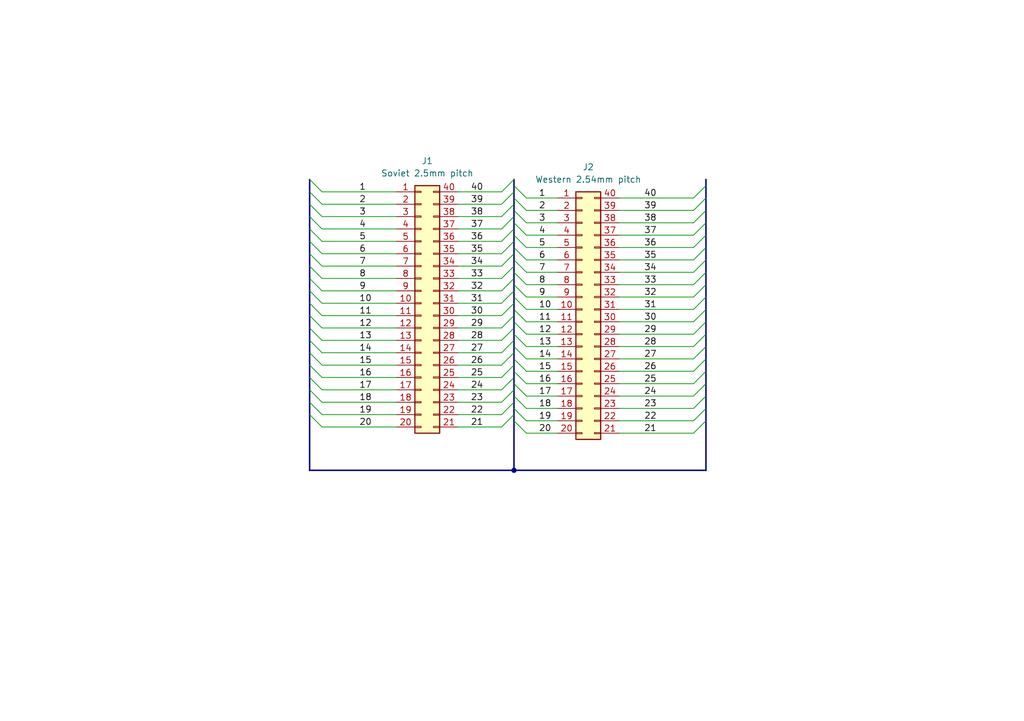
<source format=kicad_sch>
(kicad_sch (version 20250114) (generator "eeschema") (generator_version "9.0")
  (paper "A5")
  (title_block (title "Dual Soviet Western 40pin IC Socket") (date "21-Apr-2025") (rev "A") (company "Brett Hallen") (comment 1 "www.youtube.com/@Brfff"))
  (lib_symbols
    (symbol "Connector_Generic:Conn_02x20_Counter_Clockwise" (pin_names (offset 1.016) (hide yes))
      (property "Reference" "J" (at 1.27 25.4 0))
      (property "Value" "Conn_02x20_Counter_Clockwise" (at 1.27 -27.94 0))
      (symbol "Conn_02x20_Counter_Clockwise_1_1"
        (rectangle (start -1.27 24.13) (end 3.81 -26.67) (stroke (width 0.254)) (fill (type background)))
        (rectangle (start -1.27 22.987) (end 0 22.733) (stroke (width 0.1524)))
        (rectangle (start -1.27 20.447) (end 0 20.193) (stroke (width 0.1524)))
        (rectangle (start -1.27 17.907) (end 0 17.653) (stroke (width 0.1524)))
        (rectangle (start -1.27 15.367) (end 0 15.113) (stroke (width 0.1524)))
        (rectangle (start -1.27 12.827) (end 0 12.573) (stroke (width 0.1524)))
        (rectangle (start -1.27 10.287) (end 0 10.033) (stroke (width 0.1524)))
        (rectangle (start -1.27 7.747) (end 0 7.493) (stroke (width 0.1524)))
        (rectangle (start -1.27 5.207) (end 0 4.953) (stroke (width 0.1524)))
        (rectangle (start -1.27 2.667) (end 0 2.413) (stroke (width 0.1524)))
        (rectangle (start -1.27 0.127) (end 0 -0.127) (stroke (width 0.1524)))
        (rectangle (start -1.27 -2.413) (end 0 -2.667) (stroke (width 0.1524)))
        (rectangle (start -1.27 -4.953) (end 0 -5.207) (stroke (width 0.1524)))
        (rectangle (start -1.27 -7.493) (end 0 -7.747) (stroke (width 0.1524)))
        (rectangle (start -1.27 -10.033) (end 0 -10.287) (stroke (width 0.1524)))
        (rectangle (start -1.27 -12.573) (end 0 -12.827) (stroke (width 0.1524)))
        (rectangle (start -1.27 -15.113) (end 0 -15.367) (stroke (width 0.1524)))
        (rectangle (start -1.27 -17.653) (end 0 -17.907) (stroke (width 0.1524)))
        (rectangle (start -1.27 -20.193) (end 0 -20.447) (stroke (width 0.1524)))
        (rectangle (start -1.27 -22.733) (end 0 -22.987) (stroke (width 0.1524)))
        (rectangle (start -1.27 -25.273) (end 0 -25.527) (stroke (width 0.1524)))
        (rectangle (start 3.81 22.987) (end 2.54 22.733) (stroke (width 0.1524)))
        (rectangle (start 3.81 20.447) (end 2.54 20.193) (stroke (width 0.1524)))
        (rectangle (start 3.81 17.907) (end 2.54 17.653) (stroke (width 0.1524)))
        (rectangle (start 3.81 15.367) (end 2.54 15.113) (stroke (width 0.1524)))
        (rectangle (start 3.81 12.827) (end 2.54 12.573) (stroke (width 0.1524)))
        (rectangle (start 3.81 10.287) (end 2.54 10.033) (stroke (width 0.1524)))
        (rectangle (start 3.81 7.747) (end 2.54 7.493) (stroke (width 0.1524)))
        (rectangle (start 3.81 5.207) (end 2.54 4.953) (stroke (width 0.1524)))
        (rectangle (start 3.81 2.667) (end 2.54 2.413) (stroke (width 0.1524)))
        (rectangle (start 3.81 0.127) (end 2.54 -0.127) (stroke (width 0.1524)))
        (rectangle (start 3.81 -2.413) (end 2.54 -2.667) (stroke (width 0.1524)))
        (rectangle (start 3.81 -4.953) (end 2.54 -5.207) (stroke (width 0.1524)))
        (rectangle (start 3.81 -7.493) (end 2.54 -7.747) (stroke (width 0.1524)))
        (rectangle (start 3.81 -10.033) (end 2.54 -10.287) (stroke (width 0.1524)))
        (rectangle (start 3.81 -12.573) (end 2.54 -12.827) (stroke (width 0.1524)))
        (rectangle (start 3.81 -15.113) (end 2.54 -15.367) (stroke (width 0.1524)))
        (rectangle (start 3.81 -17.653) (end 2.54 -17.907) (stroke (width 0.1524)))
        (rectangle (start 3.81 -20.193) (end 2.54 -20.447) (stroke (width 0.1524)))
        (rectangle (start 3.81 -22.733) (end 2.54 -22.987) (stroke (width 0.1524)))
        (rectangle (start 3.81 -25.273) (end 2.54 -25.527) (stroke (width 0.1524)))
        (pin passive line (at -5.08 22.86 0) (length 3.81) (name "Pin_1") (number "1"))
        (pin passive line (at -5.08 20.32 0) (length 3.81) (name "Pin_2") (number "2"))
        (pin passive line (at -5.08 17.78 0) (length 3.81) (name "Pin_3") (number "3"))
        (pin passive line (at -5.08 15.24 0) (length 3.81) (name "Pin_4") (number "4"))
        (pin passive line (at -5.08 12.7 0) (length 3.81) (name "Pin_5") (number "5"))
        (pin passive line (at -5.08 10.16 0) (length 3.81) (name "Pin_6") (number "6"))
        (pin passive line (at -5.08 7.62 0) (length 3.81) (name "Pin_7") (number "7"))
        (pin passive line (at -5.08 5.08 0) (length 3.81) (name "Pin_8") (number "8"))
        (pin passive line (at -5.08 2.54 0) (length 3.81) (name "Pin_9") (number "9"))
        (pin passive line (at -5.08 0 0) (length 3.81) (name "Pin_10") (number "10"))
        (pin passive line (at -5.08 -2.54 0) (length 3.81) (name "Pin_11") (number "11"))
        (pin passive line (at -5.08 -5.08 0) (length 3.81) (name "Pin_12") (number "12"))
        (pin passive line (at -5.08 -7.62 0) (length 3.81) (name "Pin_13") (number "13"))
        (pin passive line (at -5.08 -10.16 0) (length 3.81) (name "Pin_14") (number "14"))
        (pin passive line (at -5.08 -12.7 0) (length 3.81) (name "Pin_15") (number "15"))
        (pin passive line (at -5.08 -15.24 0) (length 3.81) (name "Pin_16") (number "16"))
        (pin passive line (at -5.08 -17.78 0) (length 3.81) (name "Pin_17") (number "17"))
        (pin passive line (at -5.08 -20.32 0) (length 3.81) (name "Pin_18") (number "18"))
        (pin passive line (at -5.08 -22.86 0) (length 3.81) (name "Pin_19") (number "19"))
        (pin passive line (at -5.08 -25.4 0) (length 3.81) (name "Pin_20") (number "20"))
        (pin passive line (at 7.62 22.86 180) (length 3.81) (name "Pin_40") (number "40"))
        (pin passive line (at 7.62 20.32 180) (length 3.81) (name "Pin_39") (number "39"))
        (pin passive line (at 7.62 17.78 180) (length 3.81) (name "Pin_38") (number "38"))
        (pin passive line (at 7.62 15.24 180) (length 3.81) (name "Pin_37") (number "37"))
        (pin passive line (at 7.62 12.7 180) (length 3.81) (name "Pin_36") (number "36"))
        (pin passive line (at 7.62 10.16 180) (length 3.81) (name "Pin_35") (number "35"))
        (pin passive line (at 7.62 7.62 180) (length 3.81) (name "Pin_34") (number "34"))
        (pin passive line (at 7.62 5.08 180) (length 3.81) (name "Pin_33") (number "33"))
        (pin passive line (at 7.62 2.54 180) (length 3.81) (name "Pin_32") (number "32"))
        (pin passive line (at 7.62 0 180) (length 3.81) (name "Pin_31") (number "31"))
        (pin passive line (at 7.62 -2.54 180) (length 3.81) (name "Pin_30") (number "30"))
        (pin passive line (at 7.62 -5.08 180) (length 3.81) (name "Pin_29") (number "29"))
        (pin passive line (at 7.62 -7.62 180) (length 3.81) (name "Pin_28") (number "28"))
        (pin passive line (at 7.62 -10.16 180) (length 3.81) (name "Pin_27") (number "27"))
        (pin passive line (at 7.62 -12.7 180) (length 3.81) (name "Pin_26") (number "26"))
        (pin passive line (at 7.62 -15.24 180) (length 3.81) (name "Pin_25") (number "25"))
        (pin passive line (at 7.62 -17.78 180) (length 3.81) (name "Pin_24") (number "24"))
        (pin passive line (at 7.62 -20.32 180) (length 3.81) (name "Pin_23") (number "23"))
        (pin passive line (at 7.62 -22.86 180) (length 3.81) (name "Pin_22") (number "22"))
        (pin passive line (at 7.62 -25.4 180) (length 3.81) (name "Pin_21") (number "21"))
      )
    )
  )
  (junction (at 105.41 96.52))
  (bus_entry (at 102.87 54.61) (size 2.54 -2.54))
  (bus_entry (at 144.78 78.74) (size -2.54 2.54))
  (bus_entry (at 105.41 83.82) (size 2.54 2.54))
  (bus_entry (at 144.78 66.04) (size -2.54 2.54))
  (bus_entry (at 63.5 77.47) (size 2.54 2.54))
  (bus_entry (at 144.78 81.28) (size -2.54 2.54))
  (bus_entry (at 63.5 49.53) (size 2.54 2.54))
  (bus_entry (at 144.78 53.34) (size -2.54 2.54))
  (bus_entry (at 102.87 62.23) (size 2.54 -2.54))
  (bus_entry (at 63.5 57.15) (size 2.54 2.54))
  (bus_entry (at 102.87 57.15) (size 2.54 -2.54))
  (bus_entry (at 144.78 45.72) (size -2.54 2.54))
  (bus_entry (at 144.78 55.88) (size -2.54 2.54))
  (bus_entry (at 63.5 54.61) (size 2.54 2.54))
  (bus_entry (at 105.41 38.1) (size 2.54 2.54))
  (bus_entry (at 63.5 64.77) (size 2.54 2.54))
  (bus_entry (at 63.5 67.31) (size 2.54 2.54))
  (bus_entry (at 102.87 72.39) (size 2.54 -2.54))
  (bus_entry (at 105.41 63.5) (size 2.54 2.54))
  (bus_entry (at 105.41 48.26) (size 2.54 2.54))
  (bus_entry (at 105.41 68.58) (size 2.54 2.54))
  (bus_entry (at 102.87 41.91) (size 2.54 -2.54))
  (bus_entry (at 105.41 50.8) (size 2.54 2.54))
  (bus_entry (at 63.5 72.39) (size 2.54 2.54))
  (bus_entry (at 105.41 36.83) (size -2.54 2.54))
  (bus_entry (at 144.78 71.12) (size -2.54 2.54))
  (bus_entry (at 105.41 58.42) (size 2.54 2.54))
  (bus_entry (at 144.78 43.18) (size -2.54 2.54))
  (bus_entry (at 63.5 62.23) (size 2.54 2.54))
  (bus_entry (at 105.41 43.18) (size 2.54 2.54))
  (bus_entry (at 144.78 50.8) (size -2.54 2.54))
  (bus_entry (at 102.87 64.77) (size 2.54 -2.54))
  (bus_entry (at 144.78 83.82) (size -2.54 2.54))
  (bus_entry (at 105.41 81.28) (size 2.54 2.54))
  (bus_entry (at 144.78 86.36) (size -2.54 2.54))
  (bus_entry (at 102.87 67.31) (size 2.54 -2.54))
  (bus_entry (at 144.78 76.2) (size -2.54 2.54))
  (bus_entry (at 144.78 73.66) (size -2.54 2.54))
  (bus_entry (at 63.5 39.37) (size 2.54 2.54))
  (bus_entry (at 105.41 66.04) (size 2.54 2.54))
  (bus_entry (at 102.87 49.53) (size 2.54 -2.54))
  (bus_entry (at 63.5 44.45) (size 2.54 2.54))
  (bus_entry (at 105.41 73.66) (size 2.54 2.54))
  (bus_entry (at 102.87 59.69) (size 2.54 -2.54))
  (bus_entry (at 63.5 59.69) (size 2.54 2.54))
  (bus_entry (at 63.5 36.83) (size 2.54 2.54))
  (bus_entry (at 105.41 55.88) (size 2.54 2.54))
  (bus_entry (at 63.5 69.85) (size 2.54 2.54))
  (bus_entry (at 144.78 60.96) (size -2.54 2.54))
  (bus_entry (at 144.78 63.5) (size -2.54 2.54))
  (bus_entry (at 63.5 46.99) (size 2.54 2.54))
  (bus_entry (at 102.87 74.93) (size 2.54 -2.54))
  (bus_entry (at 144.78 58.42) (size -2.54 2.54))
  (bus_entry (at 102.87 77.47) (size 2.54 -2.54))
  (bus_entry (at 105.41 60.96) (size 2.54 2.54))
  (bus_entry (at 105.41 76.2) (size 2.54 2.54))
  (bus_entry (at 105.41 78.74) (size 2.54 2.54))
  (bus_entry (at 144.78 48.26) (size -2.54 2.54))
  (bus_entry (at 144.78 38.1) (size -2.54 2.54))
  (bus_entry (at 63.5 74.93) (size 2.54 2.54))
  (bus_entry (at 105.41 40.64) (size 2.54 2.54))
  (bus_entry (at 102.87 44.45) (size 2.54 -2.54))
  (bus_entry (at 105.41 45.72) (size 2.54 2.54))
  (bus_entry (at 102.87 82.55) (size 2.54 -2.54))
  (bus_entry (at 105.41 86.36) (size 2.54 2.54))
  (bus_entry (at 63.5 41.91) (size 2.54 2.54))
  (bus_entry (at 63.5 80.01) (size 2.54 2.54))
  (bus_entry (at 102.87 46.99) (size 2.54 -2.54))
  (bus_entry (at 102.87 80.01) (size 2.54 -2.54))
  (bus_entry (at 63.5 85.09) (size 2.54 2.54))
  (bus_entry (at 102.87 87.63) (size 2.54 -2.54))
  (bus_entry (at 102.87 69.85) (size 2.54 -2.54))
  (bus_entry (at 63.5 82.55) (size 2.54 2.54))
  (bus_entry (at 105.41 53.34) (size 2.54 2.54))
  (bus_entry (at 102.87 52.07) (size 2.54 -2.54))
  (bus_entry (at 144.78 40.64) (size -2.54 2.54))
  (bus_entry (at 102.87 85.09) (size 2.54 -2.54))
  (bus_entry (at 144.78 68.58) (size -2.54 2.54))
  (bus_entry (at 63.5 52.07) (size 2.54 2.54))
  (bus_entry (at 105.41 71.12) (size 2.54 2.54))
  (bus (pts (xy 63.5 96.52) (xy 105.41 96.52)))
  (wire (pts (xy 93.98 77.47) (xy 102.87 77.47)))
  (bus (pts (xy 144.78 66.04) (xy 144.78 68.58)))
  (wire (pts (xy 93.98 62.23) (xy 102.87 62.23)))
  (wire (pts (xy 93.98 49.53) (xy 102.87 49.53)))
  (bus (pts (xy 144.78 76.2) (xy 144.78 78.74)))
  (bus (pts (xy 105.41 46.99) (xy 105.41 48.26)))
  (wire (pts (xy 107.95 45.72) (xy 114.3 45.72)))
  (wire (pts (xy 107.95 76.2) (xy 114.3 76.2)))
  (bus (pts (xy 105.41 66.04) (xy 105.41 67.31)))
  (bus (pts (xy 105.41 82.55) (xy 105.41 83.82)))
  (wire (pts (xy 66.04 80.01) (xy 81.28 80.01)))
  (bus (pts (xy 63.5 64.77) (xy 63.5 67.31)))
  (wire (pts (xy 66.04 39.37) (xy 81.28 39.37)))
  (wire (pts (xy 107.95 58.42) (xy 114.3 58.42)))
  (bus (pts (xy 105.41 85.09) (xy 105.41 86.36)))
  (wire (pts (xy 107.95 81.28) (xy 114.3 81.28)))
  (bus (pts (xy 144.78 48.26) (xy 144.78 50.8)))
  (wire (pts (xy 93.98 64.77) (xy 102.87 64.77)))
  (wire (pts (xy 107.95 50.8) (xy 114.3 50.8)))
  (wire (pts (xy 107.95 63.5) (xy 114.3 63.5)))
  (wire (pts (xy 66.04 82.55) (xy 81.28 82.55)))
  (bus (pts (xy 63.5 44.45) (xy 63.5 46.99)))
  (bus (pts (xy 63.5 46.99) (xy 63.5 49.53)))
  (wire (pts (xy 127 73.66) (xy 142.24 73.66)))
  (bus (pts (xy 105.41 96.52) (xy 144.78 96.52)))
  (wire (pts (xy 93.98 85.09) (xy 102.87 85.09)))
  (bus (pts (xy 144.78 63.5) (xy 144.78 66.04)))
  (wire (pts (xy 66.04 54.61) (xy 81.28 54.61)))
  (wire (pts (xy 93.98 80.01) (xy 102.87 80.01)))
  (bus (pts (xy 63.5 77.47) (xy 63.5 80.01)))
  (bus (pts (xy 144.78 53.34) (xy 144.78 55.88)))
  (wire (pts (xy 127 71.12) (xy 142.24 71.12)))
  (wire (pts (xy 66.04 64.77) (xy 81.28 64.77)))
  (wire (pts (xy 93.98 87.63) (xy 102.87 87.63)))
  (bus (pts (xy 105.41 57.15) (xy 105.41 58.42)))
  (wire (pts (xy 107.95 66.04) (xy 114.3 66.04)))
  (wire (pts (xy 93.98 59.69) (xy 102.87 59.69)))
  (bus (pts (xy 105.41 71.12) (xy 105.41 72.39)))
  (bus (pts (xy 105.41 77.47) (xy 105.41 78.74)))
  (bus (pts (xy 105.41 49.53) (xy 105.41 50.8)))
  (wire (pts (xy 107.95 86.36) (xy 114.3 86.36)))
  (bus (pts (xy 105.41 39.37) (xy 105.41 40.64)))
  (wire (pts (xy 66.04 69.85) (xy 81.28 69.85)))
  (wire (pts (xy 66.04 74.93) (xy 81.28 74.93)))
  (wire (pts (xy 127 88.9) (xy 142.24 88.9)))
  (wire (pts (xy 107.95 60.96) (xy 114.3 60.96)))
  (bus (pts (xy 105.41 53.34) (xy 105.41 54.61)))
  (bus (pts (xy 105.41 58.42) (xy 105.41 59.69)))
  (bus (pts (xy 63.5 62.23) (xy 63.5 64.77)))
  (bus (pts (xy 105.41 72.39) (xy 105.41 73.66)))
  (bus (pts (xy 63.5 57.15) (xy 63.5 59.69)))
  (wire (pts (xy 66.04 44.45) (xy 81.28 44.45)))
  (bus (pts (xy 144.78 45.72) (xy 144.78 48.26)))
  (wire (pts (xy 93.98 44.45) (xy 102.87 44.45)))
  (bus (pts (xy 105.41 64.77) (xy 105.41 66.04)))
  (bus (pts (xy 63.5 72.39) (xy 63.5 74.93)))
  (bus (pts (xy 144.78 86.36) (xy 144.78 96.52)))
  (bus (pts (xy 105.41 78.74) (xy 105.41 80.01)))
  (wire (pts (xy 127 45.72) (xy 142.24 45.72)))
  (bus (pts (xy 144.78 43.18) (xy 144.78 45.72)))
  (wire (pts (xy 66.04 49.53) (xy 81.28 49.53)))
  (wire (pts (xy 93.98 67.31) (xy 102.87 67.31)))
  (wire (pts (xy 127 76.2) (xy 142.24 76.2)))
  (bus (pts (xy 105.41 52.07) (xy 105.41 53.34)))
  (wire (pts (xy 66.04 59.69) (xy 81.28 59.69)))
  (wire (pts (xy 93.98 41.91) (xy 102.87 41.91)))
  (bus (pts (xy 105.41 69.85) (xy 105.41 71.12)))
  (bus (pts (xy 105.41 74.93) (xy 105.41 76.2)))
  (bus (pts (xy 105.41 43.18) (xy 105.41 44.45)))
  (wire (pts (xy 127 60.96) (xy 142.24 60.96)))
  (wire (pts (xy 93.98 72.39) (xy 102.87 72.39)))
  (wire (pts (xy 127 48.26) (xy 142.24 48.26)))
  (wire (pts (xy 93.98 46.99) (xy 102.87 46.99)))
  (bus (pts (xy 63.5 85.09) (xy 63.5 96.52)))
  (bus (pts (xy 105.41 45.72) (xy 105.41 46.99)))
  (bus (pts (xy 63.5 82.55) (xy 63.5 85.09)))
  (wire (pts (xy 107.95 53.34) (xy 114.3 53.34)))
  (bus (pts (xy 105.41 38.1) (xy 105.41 39.37)))
  (wire (pts (xy 107.95 73.66) (xy 114.3 73.66)))
  (bus (pts (xy 105.41 67.31) (xy 105.41 68.58)))
  (bus (pts (xy 144.78 58.42) (xy 144.78 60.96)))
  (wire (pts (xy 66.04 67.31) (xy 81.28 67.31)))
  (bus (pts (xy 105.41 50.8) (xy 105.41 52.07)))
  (bus (pts (xy 105.41 36.83) (xy 105.41 38.1)))
  (wire (pts (xy 107.95 68.58) (xy 114.3 68.58)))
  (wire (pts (xy 93.98 39.37) (xy 102.87 39.37)))
  (bus (pts (xy 105.41 83.82) (xy 105.41 85.09)))
  (bus (pts (xy 105.41 60.96) (xy 105.41 62.23)))
  (bus (pts (xy 144.78 60.96) (xy 144.78 63.5)))
  (bus (pts (xy 144.78 81.28) (xy 144.78 83.82)))
  (wire (pts (xy 93.98 52.07) (xy 102.87 52.07)))
  (bus (pts (xy 63.5 59.69) (xy 63.5 62.23)))
  (wire (pts (xy 66.04 85.09) (xy 81.28 85.09)))
  (bus (pts (xy 63.5 80.01) (xy 63.5 82.55)))
  (bus (pts (xy 63.5 67.31) (xy 63.5 69.85)))
  (wire (pts (xy 66.04 72.39) (xy 81.28 72.39)))
  (bus (pts (xy 144.78 73.66) (xy 144.78 76.2)))
  (bus (pts (xy 63.5 39.37) (xy 63.5 41.91)))
  (wire (pts (xy 107.95 40.64) (xy 114.3 40.64)))
  (bus (pts (xy 144.78 55.88) (xy 144.78 58.42)))
  (bus (pts (xy 105.41 59.69) (xy 105.41 60.96)))
  (bus (pts (xy 105.41 62.23) (xy 105.41 63.5)))
  (bus (pts (xy 63.5 41.91) (xy 63.5 44.45)))
  (wire (pts (xy 127 53.34) (xy 142.24 53.34)))
  (wire (pts (xy 107.95 48.26) (xy 114.3 48.26)))
  (wire (pts (xy 107.95 83.82) (xy 114.3 83.82)))
  (wire (pts (xy 93.98 74.93) (xy 102.87 74.93)))
  (bus (pts (xy 105.41 81.28) (xy 105.41 82.55)))
  (wire (pts (xy 127 81.28) (xy 142.24 81.28)))
  (bus (pts (xy 105.41 40.64) (xy 105.41 41.91)))
  (wire (pts (xy 66.04 52.07) (xy 81.28 52.07)))
  (bus (pts (xy 105.41 54.61) (xy 105.41 55.88)))
  (bus (pts (xy 144.78 83.82) (xy 144.78 86.36)))
  (wire (pts (xy 66.04 41.91) (xy 81.28 41.91)))
  (bus (pts (xy 105.41 73.66) (xy 105.41 74.93)))
  (wire (pts (xy 66.04 77.47) (xy 81.28 77.47)))
  (wire (pts (xy 107.95 71.12) (xy 114.3 71.12)))
  (bus (pts (xy 105.41 48.26) (xy 105.41 49.53)))
  (wire (pts (xy 66.04 87.63) (xy 81.28 87.63)))
  (wire (pts (xy 127 68.58) (xy 142.24 68.58)))
  (bus (pts (xy 105.41 80.01) (xy 105.41 81.28)))
  (wire (pts (xy 93.98 54.61) (xy 102.87 54.61)))
  (bus (pts (xy 144.78 36.83) (xy 144.78 38.1)))
  (wire (pts (xy 66.04 57.15) (xy 81.28 57.15)))
  (bus (pts (xy 105.41 68.58) (xy 105.41 69.85)))
  (bus (pts (xy 63.5 69.85) (xy 63.5 72.39)))
  (bus (pts (xy 105.41 86.36) (xy 105.41 96.52)))
  (wire (pts (xy 127 58.42) (xy 142.24 58.42)))
  (wire (pts (xy 93.98 57.15) (xy 102.87 57.15)))
  (bus (pts (xy 144.78 50.8) (xy 144.78 53.34)))
  (bus (pts (xy 63.5 49.53) (xy 63.5 52.07)))
  (wire (pts (xy 127 78.74) (xy 142.24 78.74)))
  (bus (pts (xy 63.5 36.83) (xy 63.5 39.37)))
  (wire (pts (xy 127 63.5) (xy 142.24 63.5)))
  (wire (pts (xy 93.98 82.55) (xy 102.87 82.55)))
  (bus (pts (xy 144.78 78.74) (xy 144.78 81.28)))
  (wire (pts (xy 107.95 78.74) (xy 114.3 78.74)))
  (bus (pts (xy 144.78 40.64) (xy 144.78 43.18)))
  (bus (pts (xy 63.5 74.93) (xy 63.5 77.47)))
  (wire (pts (xy 107.95 43.18) (xy 114.3 43.18)))
  (wire (pts (xy 93.98 69.85) (xy 102.87 69.85)))
  (wire (pts (xy 127 86.36) (xy 142.24 86.36)))
  (wire (pts (xy 127 50.8) (xy 142.24 50.8)))
  (wire (pts (xy 127 55.88) (xy 142.24 55.88)))
  (wire (pts (xy 127 43.18) (xy 142.24 43.18)))
  (bus (pts (xy 105.41 41.91) (xy 105.41 43.18)))
  (bus (pts (xy 63.5 54.61) (xy 63.5 57.15)))
  (bus (pts (xy 105.41 63.5) (xy 105.41 64.77)))
  (wire (pts (xy 66.04 62.23) (xy 81.28 62.23)))
  (wire (pts (xy 107.95 88.9) (xy 114.3 88.9)))
  (wire (pts (xy 127 66.04) (xy 142.24 66.04)))
  (bus (pts (xy 144.78 68.58) (xy 144.78 71.12)))
  (bus (pts (xy 63.5 52.07) (xy 63.5 54.61)))
  (bus (pts (xy 105.41 76.2) (xy 105.41 77.47)))
  (wire (pts (xy 107.95 55.88) (xy 114.3 55.88)))
  (wire (pts (xy 127 40.64) (xy 142.24 40.64)))
  (bus (pts (xy 144.78 71.12) (xy 144.78 73.66)))
  (wire (pts (xy 66.04 46.99) (xy 81.28 46.99)))
  (bus (pts (xy 105.41 44.45) (xy 105.41 45.72)))
  (wire (pts (xy 127 83.82) (xy 142.24 83.82)))
  (bus (pts (xy 144.78 38.1) (xy 144.78 40.64)))
  (bus (pts (xy 105.41 55.88) (xy 105.41 57.15)))
  (label "19" (at 110.49 86.36 0))
  (label "35" (at 96.52 52.07 0))
  (label "12" (at 73.66 67.31 0))
  (label "9" (at 110.49 60.96 0))
  (label "34" (at 132.08 55.88 0))
  (label "12" (at 110.49 68.58 0))
  (label "21" (at 132.08 88.9 0))
  (label "10" (at 110.49 63.5 0))
  (label "9" (at 73.66 59.69 0))
  (label "16" (at 73.66 77.47 0))
  (label "31" (at 132.08 63.5 0))
  (label "1" (at 110.49 40.64 0))
  (label "28" (at 132.08 71.12 0))
  (label "29" (at 96.52 67.31 0))
  (label "4" (at 110.49 48.26 0))
  (label "22" (at 96.52 85.09 0))
  (label "24" (at 96.52 80.01 0))
  (label "3" (at 73.66 44.45 0))
  (label "36" (at 96.52 49.53 0))
  (label "8" (at 73.66 57.15 0))
  (label "10" (at 73.66 62.23 0))
  (label "23" (at 96.52 82.55 0))
  (label "2" (at 73.66 41.91 0))
  (label "6" (at 110.49 53.34 0))
  (label "11" (at 73.66 64.77 0))
  (label "40" (at 96.52 39.37 0))
  (label "38" (at 96.52 44.45 0))
  (label "39" (at 96.52 41.91 0))
  (label "24" (at 132.08 81.28 0))
  (label "13" (at 73.66 69.85 0))
  (label "39" (at 132.08 43.18 0))
  (label "7" (at 110.49 55.88 0))
  (label "19" (at 73.66 85.09 0))
  (label "26" (at 132.08 76.2 0))
  (label "15" (at 110.49 76.2 0))
  (label "1" (at 73.66 39.37 0))
  (label "29" (at 132.08 68.58 0))
  (label "31" (at 96.52 62.23 0))
  (label "21" (at 96.52 87.63 0))
  (label "13" (at 110.49 71.12 0))
  (label "25" (at 132.08 78.74 0))
  (label "8" (at 110.49 58.42 0))
  (label "14" (at 73.66 72.39 0))
  (label "17" (at 110.49 81.28 0))
  (label "20" (at 110.49 88.9 0))
  (label "37" (at 96.52 46.99 0))
  (label "27" (at 132.08 73.66 0))
  (label "27" (at 96.52 72.39 0))
  (label "37" (at 132.08 48.26 0))
  (label "5" (at 73.66 49.53 0))
  (label "6" (at 73.66 52.07 0))
  (label "36" (at 132.08 50.8 0))
  (label "28" (at 96.52 69.85 0))
  (label "14" (at 110.49 73.66 0))
  (label "25" (at 96.52 77.47 0))
  (label "18" (at 73.66 82.55 0))
  (label "23" (at 132.08 83.82 0))
  (label "26" (at 96.52 74.93 0))
  (label "40" (at 132.08 40.64 0))
  (label "17" (at 73.66 80.01 0))
  (label "16" (at 110.49 78.74 0))
  (label "32" (at 132.08 60.96 0))
  (label "20" (at 73.66 87.63 0))
  (label "2" (at 110.49 43.18 0))
  (label "32" (at 96.52 59.69 0))
  (label "7" (at 73.66 54.61 0))
  (label "34" (at 96.52 54.61 0))
  (label "33" (at 132.08 58.42 0))
  (label "4" (at 73.66 46.99 0))
  (label "33" (at 96.52 57.15 0))
  (label "11" (at 110.49 66.04 0))
  (label "38" (at 132.08 45.72 0))
  (label "5" (at 110.49 50.8 0))
  (label "15" (at 73.66 74.93 0))
  (label "30" (at 96.52 64.77 0))
  (label "3" (at 110.49 45.72 0))
  (label "22" (at 132.08 86.36 0))
  (label "30" (at 132.08 66.04 0))
  (label "35" (at 132.08 53.34 0))
  (label "18" (at 110.49 83.82 0))
  (symbol (lib_id "Connector_Generic:Conn_02x20_Counter_Clockwise") (at 119.38 63.5 0) (unit 1)
    (property "Reference" "J2" (at 120.65 34.29 0))
    (property "Value" "Western 2.54mm pitch" (at 120.65 36.83 0))
    (property "Footprint" "Package_DIP:DIP-40_W15.24mm_Socket_LongPads" (effects (hide yes)))
    (property "Description" "Generic connector, double row, 02x20, counter clockwise pin numbering scheme (similar to DIP package numbering), script generated (kicad-library-utils/schlib/autogen/connector/)" (effects (hide yes)))
  )
  (symbol (lib_id "Connector_Generic:Conn_02x20_Counter_Clockwise") (at 86.36 62.23 0) (unit 1)
    (property "Reference" "J1" (at 87.63 33.02 0))
    (property "Value" "Soviet 2.5mm pitch" (at 87.63 35.56 0))
    (property "Footprint" "Clueless_Engineer:Soviet_DIP-40_W15.24mm_Socket_LongPads" (effects (hide yes)))
    (property "Description" "Generic connector, double row, 02x20, counter clockwise pin numbering scheme (similar to DIP package numbering), script generated (kicad-library-utils/schlib/autogen/connector/)" (effects (hide yes)))
  )
)
</source>
